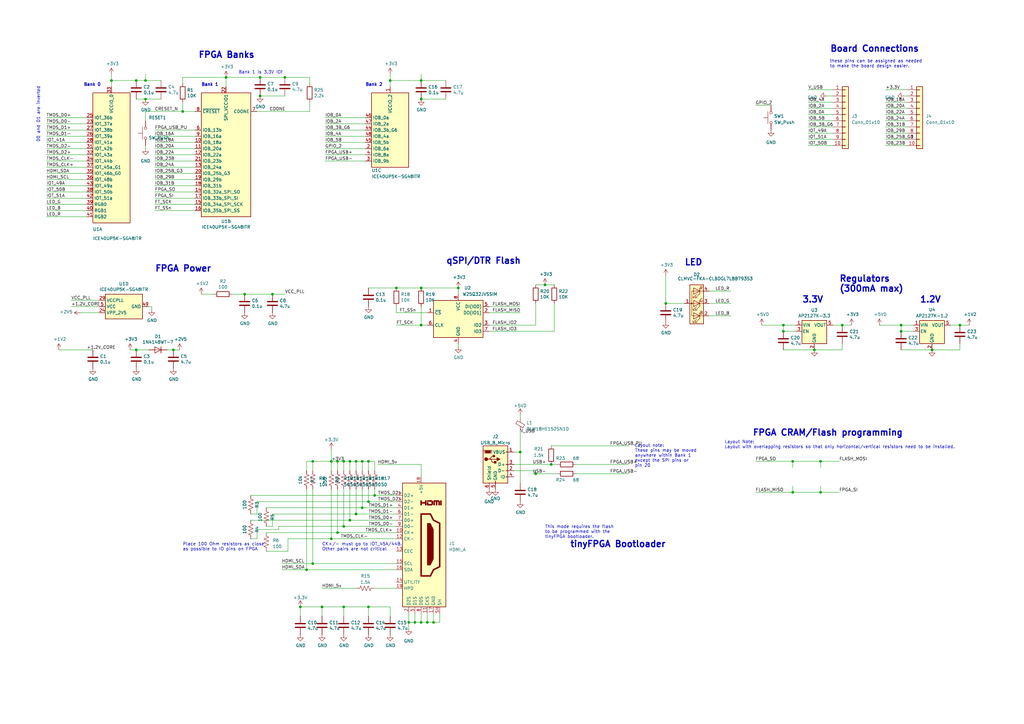
<source format=kicad_sch>
(kicad_sch (version 20230121) (generator eeschema)
  (paper "A3")
  (title_block (title "Video Wrangler") (date "2023-02-15") (rev "0.0 v0.0") (company "Lower Layer Labs"))
  (junction (at 132.08 248.92))
  (junction (at 177.8 255.27))
  (junction (at 321.31 135.89))
  (junction (at 146.05 210.82))
  (junction (at 111.76 120.65))
  (junction (at 393.7 133.35))
  (junction (at 223.52 116.84))
  (junction (at 321.31 133.35))
  (junction (at 140.97 189.23))
  (junction (at 45.72 33.02))
  (junction (at 116.84 31.75))
  (junction (at 382.27 143.51))
  (junction (at 213.36 185.42))
  (junction (at 59.69 40.64))
  (junction (at 334.01 143.51))
  (junction (at 325.12 201.93))
  (junction (at 148.59 189.23))
  (junction (at 172.72 33.02))
  (junction (at 175.26 255.27))
  (junction (at 336.55 189.23))
  (junction (at 345.44 133.35))
  (junction (at 135.89 189.23))
  (junction (at 143.51 189.23))
  (junction (at 219.71 194.31))
  (junction (at 71.12 143.51))
  (junction (at 146.05 189.23))
  (junction (at 55.88 33.02))
  (junction (at 151.13 205.74))
  (junction (at 151.13 189.23))
  (junction (at 140.97 248.92))
  (junction (at 167.64 255.27))
  (junction (at 151.13 248.92))
  (junction (at 106.68 31.75))
  (junction (at 143.51 213.36))
  (junction (at 148.59 208.28))
  (junction (at 187.96 118.11))
  (junction (at 128.27 189.23))
  (junction (at 128.27 231.14))
  (junction (at 135.89 220.98))
  (junction (at 55.88 143.51))
  (junction (at 172.72 133.35))
  (junction (at 160.02 33.02))
  (junction (at 100.33 120.65))
  (junction (at 172.72 118.11))
  (junction (at 138.43 218.44))
  (junction (at 125.73 233.68))
  (junction (at 106.68 39.37))
  (junction (at 92.71 31.75))
  (junction (at 226.06 190.5))
  (junction (at 369.57 133.35))
  (junction (at 138.43 189.23))
  (junction (at 162.56 118.11))
  (junction (at 140.97 215.9))
  (junction (at 59.69 33.02))
  (junction (at 336.55 201.93))
  (junction (at 172.72 255.27))
  (junction (at 153.67 203.2))
  (junction (at 325.12 189.23))
  (junction (at 172.72 40.64))
  (junction (at 273.05 124.46))
  (junction (at 369.57 135.89))
  (junction (at 74.93 45.72))
  (junction (at 170.18 255.27))
  (junction (at 123.19 248.92))
  (wire (pts (xy 148.59 189.23) (xy 148.59 193.04)))
  (wire (pts (xy 55.88 40.64) (xy 59.69 40.64)))
  (wire (pts (xy 325.12 191.77) (xy 325.12 189.23)))
  (wire (pts (xy 148.59 208.28) (xy 162.56 208.28)))
  (wire (pts (xy 393.7 143.51) (xy 393.7 140.97)))
  (wire (pts (xy 74.93 31.75) (xy 92.71 31.75)))
  (wire (pts (xy 382.27 143.51) (xy 393.7 143.51)))
  (wire (pts (xy 80.01 83.82) (xy 63.5 83.82)))
  (wire (pts (xy 389.89 133.35) (xy 393.7 133.35)))
  (wire (pts (xy 125.73 233.68) (xy 162.56 233.68)))
  (wire (pts (xy 151.13 248.92) (xy 140.97 248.92)))
  (wire (pts (xy 345.44 133.35) (xy 349.25 133.35)))
  (wire (pts (xy 35.56 73.66) (xy 19.05 73.66)))
  (wire (pts (xy 80.01 78.74) (xy 63.5 78.74)))
  (wire (pts (xy 105.41 205.74) (xy 105.41 210.82)))
  (wire (pts (xy 138.43 200.66) (xy 138.43 218.44)))
  (wire (pts (xy 80.01 86.36) (xy 63.5 86.36)))
  (wire (pts (xy 336.55 189.23) (xy 344.17 189.23)))
  (wire (pts (xy 257.81 190.5) (xy 236.22 190.5)))
  (wire (pts (xy 177.8 255.27) (xy 175.26 255.27)))
  (wire (pts (xy 114.3 215.9) (xy 114.3 217.17)))
  (wire (pts (xy 331.47 59.69) (xy 341.63 59.69)))
  (wire (pts (xy 162.56 128.27) (xy 175.26 128.27)))
  (wire (pts (xy 80.01 66.04) (xy 63.5 66.04)))
  (wire (pts (xy 59.69 30.48) (xy 59.69 33.02)))
  (wire (pts (xy 339.09 39.37) (xy 341.63 39.37)))
  (wire (pts (xy 210.82 190.5) (xy 226.06 190.5)))
  (wire (pts (xy 74.93 45.72) (xy 80.01 45.72)))
  (wire (pts (xy 127 41.91) (xy 127 45.72)))
  (wire (pts (xy 140.97 248.92) (xy 140.97 252.73)))
  (wire (pts (xy 146.05 189.23) (xy 143.51 189.23)))
  (wire (pts (xy 138.43 189.23) (xy 135.89 189.23)))
  (wire (pts (xy 35.56 86.36) (xy 19.05 86.36)))
  (wire (pts (xy 59.69 45.72) (xy 74.93 45.72)))
  (wire (pts (xy 213.36 185.42) (xy 213.36 198.12)))
  (wire (pts (xy 135.89 184.15) (xy 135.89 189.23)))
  (wire (pts (xy 111.76 215.9) (xy 109.22 215.9)))
  (wire (pts (xy 200.66 133.35) (xy 219.71 133.35)))
  (wire (pts (xy 325.12 201.93) (xy 336.55 201.93)))
  (wire (pts (xy 331.47 41.91) (xy 341.63 41.91)))
  (wire (pts (xy 135.89 200.66) (xy 135.89 220.98)))
  (wire (pts (xy 109.22 218.44) (xy 138.43 218.44)))
  (wire (pts (xy 60.96 125.73) (xy 62.23 125.73)))
  (wire (pts (xy 132.08 241.3) (xy 146.05 241.3)))
  (wire (pts (xy 363.22 59.69) (xy 372.11 59.69)))
  (wire (pts (xy 35.56 63.5) (xy 19.05 63.5)))
  (wire (pts (xy 309.88 43.18) (xy 316.23 43.18)))
  (wire (pts (xy 116.84 31.75) (xy 106.68 31.75)))
  (wire (pts (xy 175.26 255.27) (xy 172.72 255.27)))
  (wire (pts (xy 140.97 189.23) (xy 138.43 189.23)))
  (wire (pts (xy 92.71 31.75) (xy 106.68 31.75)))
  (wire (pts (xy 35.56 48.26) (xy 19.05 48.26)))
  (wire (pts (xy 331.47 49.53) (xy 341.63 49.53)))
  (wire (pts (xy 154.94 190.5) (xy 172.72 190.5)))
  (wire (pts (xy 223.52 116.84) (xy 227.33 116.84)))
  (wire (pts (xy 325.12 189.23) (xy 336.55 189.23)))
  (wire (pts (xy 149.86 58.42) (xy 133.35 58.42)))
  (wire (pts (xy 68.58 143.51) (xy 71.12 143.51)))
  (wire (pts (xy 80.01 53.34) (xy 63.5 53.34)))
  (wire (pts (xy 100.33 120.65) (xy 111.76 120.65)))
  (wire (pts (xy 200.66 135.89) (xy 227.33 135.89)))
  (wire (pts (xy 160.02 33.02) (xy 160.02 35.56)))
  (wire (pts (xy 80.01 81.28) (xy 63.5 81.28)))
  (wire (pts (xy 35.56 55.88) (xy 19.05 55.88)))
  (wire (pts (xy 363.22 49.53) (xy 372.11 49.53)))
  (wire (pts (xy 226.06 190.5) (xy 228.6 190.5)))
  (wire (pts (xy 299.72 119.38) (xy 290.83 119.38)))
  (wire (pts (xy 153.67 189.23) (xy 151.13 189.23)))
  (wire (pts (xy 109.22 208.28) (xy 148.59 208.28)))
  (wire (pts (xy 35.56 76.2) (xy 19.05 76.2)))
  (wire (pts (xy 162.56 125.73) (xy 162.56 128.27)))
  (wire (pts (xy 143.51 200.66) (xy 143.51 213.36)))
  (wire (pts (xy 45.72 30.48) (xy 45.72 33.02)))
  (wire (pts (xy 226.06 182.88) (xy 257.81 182.88)))
  (wire (pts (xy 182.88 33.02) (xy 172.72 33.02)))
  (wire (pts (xy 321.31 143.51) (xy 334.01 143.51)))
  (wire (pts (xy 146.05 210.82) (xy 162.56 210.82)))
  (wire (pts (xy 80.01 58.42) (xy 63.5 58.42)))
  (wire (pts (xy 149.86 53.34) (xy 133.35 53.34)))
  (wire (pts (xy 80.01 60.96) (xy 63.5 60.96)))
  (wire (pts (xy 143.51 213.36) (xy 162.56 213.36)))
  (wire (pts (xy 125.73 193.04) (xy 125.73 189.23)))
  (wire (pts (xy 273.05 124.46) (xy 280.67 124.46)))
  (wire (pts (xy 312.42 133.35) (xy 321.31 133.35)))
  (wire (pts (xy 102.87 203.2) (xy 153.67 203.2)))
  (wire (pts (xy 187.96 140.97) (xy 187.96 142.24)))
  (wire (pts (xy 363.22 54.61) (xy 372.11 54.61)))
  (wire (pts (xy 35.56 53.34) (xy 19.05 53.34)))
  (wire (pts (xy 125.73 189.23) (xy 128.27 189.23)))
  (wire (pts (xy 105.41 205.74) (xy 151.13 205.74)))
  (wire (pts (xy 331.47 44.45) (xy 341.63 44.45)))
  (wire (pts (xy 167.64 255.27) (xy 167.64 257.81)))
  (wire (pts (xy 334.01 143.51) (xy 345.44 143.51)))
  (wire (pts (xy 369.57 135.89) (xy 374.65 135.89)))
  (wire (pts (xy 210.82 193.04) (xy 219.71 193.04)))
  (wire (pts (xy 59.69 59.69) (xy 59.69 60.96)))
  (wire (pts (xy 151.13 200.66) (xy 151.13 205.74)))
  (wire (pts (xy 210.82 185.42) (xy 213.36 185.42)))
  (wire (pts (xy 140.97 248.92) (xy 132.08 248.92)))
  (wire (pts (xy 80.01 76.2) (xy 63.5 76.2)))
  (wire (pts (xy 128.27 189.23) (xy 135.89 189.23)))
  (wire (pts (xy 175.26 251.46) (xy 175.26 255.27)))
  (wire (pts (xy 219.71 116.84) (xy 223.52 116.84)))
  (wire (pts (xy 200.66 128.27) (xy 213.36 128.27)))
  (wire (pts (xy 115.57 233.68) (xy 125.73 233.68)))
  (wire (pts (xy 325.12 199.39) (xy 325.12 201.93)))
  (wire (pts (xy 299.72 129.54) (xy 290.83 129.54)))
  (wire (pts (xy 172.72 133.35) (xy 175.26 133.35)))
  (wire (pts (xy 172.72 40.64) (xy 182.88 40.64)))
  (wire (pts (xy 219.71 133.35) (xy 219.71 124.46)))
  (wire (pts (xy 102.87 213.36) (xy 143.51 213.36)))
  (wire (pts (xy 74.93 41.91) (xy 74.93 45.72)))
  (wire (pts (xy 170.18 251.46) (xy 170.18 255.27)))
  (wire (pts (xy 128.27 200.66) (xy 128.27 231.14)))
  (wire (pts (xy 140.97 189.23) (xy 140.97 193.04)))
  (wire (pts (xy 151.13 118.11) (xy 162.56 118.11)))
  (wire (pts (xy 321.31 135.89) (xy 326.39 135.89)))
  (wire (pts (xy 149.86 60.96) (xy 133.35 60.96)))
  (wire (pts (xy 114.3 217.17) (xy 105.41 217.17)))
  (wire (pts (xy 114.3 215.9) (xy 140.97 215.9)))
  (wire (pts (xy 24.13 143.51) (xy 38.1 143.51)))
  (wire (pts (xy 218.44 194.31) (xy 219.71 194.31)))
  (wire (pts (xy 172.72 118.11) (xy 187.96 118.11)))
  (wire (pts (xy 151.13 252.73) (xy 151.13 248.92)))
  (wire (pts (xy 123.19 248.92) (xy 123.19 252.73)))
  (wire (pts (xy 59.69 49.53) (xy 59.69 45.72)))
  (wire (pts (xy 341.63 133.35) (xy 345.44 133.35)))
  (wire (pts (xy 95.25 120.65) (xy 100.33 120.65)))
  (wire (pts (xy 363.22 36.83) (xy 372.11 36.83)))
  (wire (pts (xy 143.51 189.23) (xy 140.97 189.23)))
  (wire (pts (xy 135.89 189.23) (xy 135.89 193.04)))
  (wire (pts (xy 153.67 200.66) (xy 153.67 203.2)))
  (wire (pts (xy 146.05 189.23) (xy 146.05 193.04)))
  (wire (pts (xy 336.55 201.93) (xy 344.17 201.93)))
  (wire (pts (xy 160.02 30.48) (xy 160.02 33.02)))
  (wire (pts (xy 35.56 66.04) (xy 19.05 66.04)))
  (wire (pts (xy 33.02 128.27) (xy 40.64 128.27)))
  (wire (pts (xy 180.34 251.46) (xy 180.34 255.27)))
  (wire (pts (xy 55.88 143.51) (xy 60.96 143.51)))
  (wire (pts (xy 35.56 78.74) (xy 19.05 78.74)))
  (wire (pts (xy 345.44 143.51) (xy 345.44 140.97)))
  (wire (pts (xy 331.47 52.07) (xy 341.63 52.07)))
  (wire (pts (xy 35.56 83.82) (xy 19.05 83.82)))
  (wire (pts (xy 82.55 120.65) (xy 87.63 120.65)))
  (wire (pts (xy 151.13 205.74) (xy 162.56 205.74)))
  (wire (pts (xy 172.72 255.27) (xy 170.18 255.27)))
  (wire (pts (xy 360.68 133.35) (xy 369.57 133.35)))
  (wire (pts (xy 80.01 71.12) (xy 63.5 71.12)))
  (wire (pts (xy 143.51 189.23) (xy 143.51 193.04)))
  (wire (pts (xy 29.21 123.19) (xy 40.64 123.19)))
  (wire (pts (xy 227.33 135.89) (xy 227.33 124.46)))
  (wire (pts (xy 105.41 220.98) (xy 102.87 220.98)))
  (wire (pts (xy 363.22 44.45) (xy 372.11 44.45)))
  (wire (pts (xy 105.41 45.72) (xy 127 45.72)))
  (wire (pts (xy 146.05 200.66) (xy 146.05 210.82)))
  (wire (pts (xy 74.93 34.29) (xy 74.93 31.75)))
  (wire (pts (xy 180.34 255.27) (xy 177.8 255.27)))
  (wire (pts (xy 336.55 191.77) (xy 336.55 189.23)))
  (wire (pts (xy 363.22 52.07) (xy 372.11 52.07)))
  (wire (pts (xy 187.96 118.11) (xy 187.96 120.65)))
  (wire (pts (xy 35.56 88.9) (xy 19.05 88.9)))
  (wire (pts (xy 35.56 81.28) (xy 19.05 81.28)))
  (wire (pts (xy 118.11 220.98) (xy 118.11 226.06)))
  (wire (pts (xy 149.86 48.26) (xy 133.35 48.26)))
  (wire (pts (xy 148.59 200.66) (xy 148.59 208.28)))
  (wire (pts (xy 153.67 203.2) (xy 162.56 203.2)))
  (wire (pts (xy 151.13 189.23) (xy 151.13 193.04)))
  (wire (pts (xy 336.55 199.39) (xy 336.55 201.93)))
  (wire (pts (xy 45.72 33.02) (xy 55.88 33.02)))
  (wire (pts (xy 59.69 33.02) (xy 66.04 33.02)))
  (wire (pts (xy 115.57 231.14) (xy 128.27 231.14)))
  (wire (pts (xy 127 34.29) (xy 127 31.75)))
  (wire (pts (xy 177.8 251.46) (xy 177.8 255.27)))
  (wire (pts (xy 125.73 200.66) (xy 125.73 233.68)))
  (wire (pts (xy 321.31 133.35) (xy 326.39 133.35)))
  (wire (pts (xy 321.31 135.89) (xy 321.31 133.35)))
  (wire (pts (xy 213.36 176.53) (xy 213.36 185.42)))
  (wire (pts (xy 172.72 125.73) (xy 172.72 133.35)))
  (wire (pts (xy 309.88 189.23) (xy 325.12 189.23)))
  (wire (pts (xy 393.7 133.35) (xy 397.51 133.35)))
  (wire (pts (xy 80.01 55.88) (xy 63.5 55.88)))
  (wire (pts (xy 138.43 218.44) (xy 162.56 218.44)))
  (wire (pts (xy 148.59 189.23) (xy 146.05 189.23)))
  (wire (pts (xy 59.69 40.64) (xy 66.04 40.64)))
  (wire (pts (xy 309.88 201.93) (xy 325.12 201.93)))
  (wire (pts (xy 138.43 189.23) (xy 138.43 193.04)))
  (wire (pts (xy 140.97 200.66) (xy 140.97 215.9)))
  (wire (pts (xy 35.56 68.58) (xy 19.05 68.58)))
  (wire (pts (xy 273.05 113.03) (xy 273.05 124.46)))
  (wire (pts (xy 149.86 55.88) (xy 133.35 55.88)))
  (wire (pts (xy 331.47 54.61) (xy 341.63 54.61)))
  (wire (pts (xy 118.11 226.06) (xy 109.22 226.06)))
  (wire (pts (xy 149.86 50.8) (xy 133.35 50.8)))
  (wire (pts (xy 160.02 33.02) (xy 172.72 33.02)))
  (wire (pts (xy 127 31.75) (xy 116.84 31.75)))
  (wire (pts (xy 160.02 252.73) (xy 160.02 248.92)))
  (wire (pts (xy 106.68 39.37) (xy 116.84 39.37)))
  (wire (pts (xy 149.86 66.04) (xy 133.35 66.04)))
  (wire (pts (xy 331.47 57.15) (xy 341.63 57.15)))
  (wire (pts (xy 80.01 68.58) (xy 63.5 68.58)))
  (wire (pts (xy 135.89 220.98) (xy 162.56 220.98)))
  (wire (pts (xy 45.72 33.02) (xy 45.72 35.56)))
  (wire (pts (xy 29.21 125.73) (xy 40.64 125.73)))
  (wire (pts (xy 35.56 71.12) (xy 19.05 71.12)))
  (wire (pts (xy 369.57 133.35) (xy 374.65 133.35)))
  (wire (pts (xy 111.76 120.65) (xy 116.84 120.65)))
  (wire (pts (xy 128.27 189.23) (xy 128.27 193.04)))
  (wire (pts (xy 153.67 241.3) (xy 162.56 241.3)))
  (wire (pts (xy 369.57 135.89) (xy 369.57 133.35)))
  (wire (pts (xy 105.41 217.17) (xy 105.41 220.98)))
  (wire (pts (xy 71.12 143.51) (xy 73.66 143.51)))
  (wire (pts (xy 105.41 210.82) (xy 102.87 210.82)))
  (wire (pts (xy 219.71 193.04) (xy 219.71 194.31)))
  (wire (pts (xy 140.97 215.9) (xy 162.56 215.9)))
  (wire (pts (xy 62.23 125.73) (xy 62.23 127)))
  (wire (pts (xy 92.71 31.75) (xy 92.71 35.56)))
  (wire (pts (xy 111.76 210.82) (xy 111.76 215.9)))
  (wire (pts (xy 128.27 231.14) (xy 162.56 231.14)))
  (wire (pts (xy 331.47 36.83) (xy 341.63 36.83)))
  (wire (pts (xy 151.13 248.92) (xy 160.02 248.92)))
  (wire (pts (xy 363.22 41.91) (xy 372.11 41.91)))
  (wire (pts (xy 35.56 50.8) (xy 19.05 50.8)))
  (wire (pts (xy 172.72 251.46) (xy 172.72 255.27)))
  (wire (pts (xy 170.18 255.27) (xy 167.64 255.27)))
  (wire (pts (xy 213.36 170.18) (xy 213.36 171.45)))
  (wire (pts (xy 257.81 194.31) (xy 236.22 194.31)))
  (wire (pts (xy 363.22 57.15) (xy 372.11 57.15)))
  (wire (pts (xy 55.88 33.02) (xy 59.69 33.02)))
  (wire (pts (xy 118.11 220.98) (xy 135.89 220.98)))
  (wire (pts (xy 80.01 63.5) (xy 63.5 63.5)))
  (wire (pts (xy 172.72 30.48) (xy 172.72 33.02)))
  (wire (pts (xy 111.76 210.82) (xy 146.05 210.82)))
  (wire (pts (xy 162.56 133.35) (xy 172.72 133.35)))
  (wire (pts (xy 80.01 73.66) (xy 63.5 73.66)))
  (wire (pts (xy 369.57 143.51) (xy 382.27 143.51)))
  (wire (pts (xy 162.56 118.11) (xy 172.72 118.11)))
  (wire (pts (xy 132.08 248.92) (xy 132.08 252.73)))
  (wire (pts (xy 151.13 189.23) (xy 148.59 189.23)))
  (wire (pts (xy 53.34 143.51) (xy 55.88 143.51)))
  (wire (pts (xy 153.67 193.04) (xy 153.67 189.23)))
  (wire (pts (xy 200.66 125.73) (xy 213.36 125.73)))
  (wire (pts (xy 149.86 63.5) (xy 133.35 63.5)))
  (wire (pts (xy 167.64 255.27) (xy 167.64 251.46)))
  (wire (pts (xy 363.22 46.99) (xy 372.11 46.99)))
  (wire (pts (xy 35.56 60.96) (xy 19.05 60.96)))
  (wire (pts (xy 370.84 39.37) (xy 372.11 39.37)))
  (wire (pts (xy 219.71 194.31) (xy 228.6 194.31)))
  (wire (pts (xy 35.56 58.42) (xy 19.05 58.42)))
  (wire (pts (xy 299.72 124.46) (xy 290.83 124.46)))
  (wire (pts (xy 331.47 46.99) (xy 341.63 46.99)))
  (wire (pts (xy 132.08 248.92) (xy 123.19 248.92)))
  (wire (pts (xy 172.72 195.58) (xy 172.72 190.5)))
  (text "Bank 1" (at 82.55 35.56 0) (effects (font (size 1.27 1.27) (thickness 0.254) bold) (justify left bottom)))
  (text "Bank 1 is 3.3V IO!" (at 97.79 30.48 0) (effects (font (size 1.27 1.27)) (justify left bottom)))
  (text "Layout note:\nThese pins may be moved \nanywhere within Bank 1\nexcept the SPI pins or \npin 20" (at 260.35 191.77 0) (effects (font (size 1.27 1.27)) (justify left bottom)))
  (text "tinyFPGA Bootloader" (at 233.68 224.79 0) (effects (font (size 2.54 2.54) (thickness 0.508) bold) (justify left bottom)))
  (text "LED" (at 280.67 109.22 0) (effects (font (size 2.54 2.54) (thickness 0.508) bold) (justify left bottom)))
  (text "FPGA Power" (at 63.5 111.76 0) (effects (font (size 2.54 2.54) (thickness 0.508) bold) (justify left bottom)))
  (text "This mode requires the flash \nto be programmed with the \ntinyFPGA bootloader.\n" (at 223.52 220.98 0) (effects (font (size 1.27 1.27)) (justify left bottom)))
  (text "CK+/- must go to IOT_45A/44B.\nOther pairs are not critical" (at 132.08 226.06 0) (effects (font (size 1.27 1.27)) (justify left bottom)))
  (text "Layout Note:\nLayout with overlapping resistors so that only horizontal/vertical resistors need to be installed." (at 297.18 184.15 0) (effects (font (size 1.27 1.27)) (justify left bottom)))
  (text "3.3V" (at 328.93 124.46 0) (effects (font (size 2.54 2.54) (thickness 0.508) bold) (justify left bottom)))
  (text "D0 and D1 are inverted\n" (at 16.51 58.42 90) (effects (font (size 1.27 1.27)) (justify left bottom)))
  (text "Place 100 Ohm resistors as close\nas possible to IO pins on FPGA" (at 74.93 226.06 0) (effects (font (size 1.27 1.27)) (justify left bottom)))
  (text "Bank 0" (at 34.29 35.56 0) (effects (font (size 1.27 1.27) (thickness 0.254) bold) (justify left bottom)))
  (text "Board Connections" (at 340.36 21.59 0) (effects (font (size 2.54 2.54) (thickness 0.508) bold) (justify left bottom)))
  (text "1.2V" (at 377.19 124.46 0) (effects (font (size 2.54 2.54) (thickness 0.508) bold) (justify left bottom)))
  (text "Bank 2" (at 149.86 35.56 0) (effects (font (size 1.27 1.27) (thickness 0.254) bold) (justify left bottom)))
  (text "qSPI/DTR Flash" (at 182.88 108.585 0) (effects (font (size 2.54 2.54) (thickness 0.508) bold) (justify left bottom)))
  (text "FPGA Banks" (at 81.28 24.13 0) (effects (font (size 2.54 2.54) (thickness 0.508) bold) (justify left bottom)))
  (text "Regulators\n(300mA max)" (at 344.17 120.015 0) (effects (font (size 2.54 2.54) (thickness 0.508) bold) (justify left bottom)))
  (text "these pins can be assigned as needed\nto make the board design easier." (at 340.36 27.94 0) (effects (font (size 1.27 1.27)) (justify left bottom)))
  (text "FPGA CRAM/Flash programming" (at 308.61 179.07 0) (effects (font (size 2.54 2.54) (thickness 0.508) bold) (justify left bottom)))
  (label "IOT_50B" (at 331.47 59.69 0))
  (label "HDMI_SDA" (at 115.57 233.68 0))
  (label "IOB_0A" (at 331.47 46.99 0))
  (label "TMDS_D0+" (at 151.13 213.36 0))
  (label "HDMI_SDA" (at 19.05 71.12 0))
  (label "LED_G" (at 293.37 124.46 0))
  (label "IOB_3B_G6" (at 331.47 52.07 0))
  (label "LED_R" (at 19.05 88.9 0))
  (label "IOB_29B" (at 63.5 73.66 0))
  (label "IOB_4A" (at 331.47 41.91 0))
  (label "LED_G" (at 19.05 83.82 0))
  (label "IOB_25B_G3" (at 63.5 71.12 0))
  (label "IOB_25B_G3" (at 363.22 57.15 0))
  (label "LED_R" (at 293.37 119.38 0))
  (label "+1.2V_CORE" (at 29.21 125.73 0))
  (label "TMDS_CLK+" (at 149.86 218.44 0))
  (label "FLASH_MISO" (at 309.88 201.93 0))
  (label "IOB_29B" (at 363.22 54.61 0))
  (label "IOB_2A" (at 133.35 50.8 0))
  (label "TMDS_D1-" (at 19.05 55.88 0))
  (label "FLASH_MOSI" (at 344.17 189.23 0))
  (label "FPGA_USB+" (at 133.35 63.5 0))
  (label "IOB_31B" (at 363.22 52.07 0))
  (label "FT_SCK" (at 63.5 83.82 0))
  (label "HDMI_5v" (at 154.94 190.5 0))
  (label "FPGA_USB_PU" (at 63.5 53.34 0))
  (label "FPGA_USB+" (at 250.19 190.5 0))
  (label "IOB_23B" (at 63.5 66.04 0))
  (label "LED_B" (at 19.05 86.36 0))
  (label "IOB_0A" (at 133.35 48.26 0))
  (label "FPGA_SI" (at 344.17 201.93 0))
  (label "IOB_5B" (at 331.47 49.53 0))
  (label "FPGA_SI" (at 63.5 81.28 0))
  (label "IOB_3B_G6" (at 133.35 53.34 0))
  (label "IOB_24A" (at 63.5 68.58 0))
  (label "FPGA_USB-" (at 133.35 66.04 0))
  (label "LED_B" (at 293.37 129.54 0))
  (label "TMDS_D2+" (at 19.05 63.5 0))
  (label "IOB_22A" (at 63.5 63.5 0))
  (label "TMDS_D2-" (at 154.94 205.74 0))
  (label "IOB_2A" (at 331.47 44.45 0))
  (label "TMDS_D1+" (at 19.05 53.34 0))
  (label "CRESET_N" (at 63.5 45.72 0))
  (label "FPGA_USB_PU" (at 250.19 182.88 0))
  (label "TMDS_D0+" (at 19.05 48.26 0))
  (label "IOB_22A" (at 363.22 46.99 0))
  (label "IOT_50B" (at 19.05 78.74 0))
  (label "IOB_23B" (at 363.22 59.69 0))
  (label "IOT_49A" (at 331.47 54.61 0))
  (label "IOB_18A" (at 363.22 41.91 0))
  (label "TMDS_CLK-" (at 19.05 66.04 0))
  (label "TMDS_CLK-" (at 139.7 220.98 0))
  (label "FT_SCK" (at 162.56 133.35 0))
  (label "FPGA_SO" (at 309.88 189.23 0))
  (label "IOB_4A" (at 133.35 55.88 0))
  (label "IOT_51A" (at 331.47 57.15 0))
  (label "IOB_24A" (at 363.22 49.53 0))
  (label "HDMI_SCL" (at 115.57 231.14 0))
  (label "FLASH_MOSI" (at 201.93 125.73 0))
  (label "USB+" (at 218.44 190.5 0))
  (label "IOB_20A" (at 363.22 44.45 0))
  (label "FT_SSn" (at 163.83 128.27 0))
  (label "GPIO_2" (at 133.35 60.96 0))
  (label "USB-" (at 218.44 194.31 0))
  (label "GPIO_2" (at 309.88 43.18 0))
  (label "IOB_16A" (at 63.5 55.88 0))
  (label "FPGA_SO" (at 63.5 78.74 0))
  (label "TMDS_CLK+" (at 19.05 68.58 0))
  (label "VCC_PLL" (at 29.21 123.19 0))
  (label "TMDS_D2-" (at 19.05 60.96 0))
  (label "V_USB" (at 213.36 177.8 0))
  (label "TMDS_D0-" (at 151.13 215.9 0))
  (label "IOT_41A" (at 19.05 58.42 0))
  (label "IOT_51A" (at 19.05 81.28 0))
  (label "FT_SSn" (at 63.5 86.36 0))
  (label "IOB_20A" (at 63.5 60.96 0))
  (label "HDMI_SCL" (at 19.05 73.66 0))
  (label "TMDS_D2+" (at 154.94 203.2 0))
  (label "TMDS_D1-" (at 151.13 210.82 0))
  (label "IOB_18A" (at 63.5 58.42 0))
  (label "+3.3V" (at 363.22 36.83 0))
  (label "+3V3" (at 135.89 189.23 0))
  (label "IOB_31B" (at 63.5 76.2 0))
  (label "VCC_PLL" (at 116.84 120.65 0))
  (label "IOT_49A" (at 19.05 76.2 0))
  (label "V_USB" (at 331.47 36.83 0))
  (label "FLASH_IO3" (at 201.93 135.89 0))
  (label "FPGA_USB-" (at 250.19 194.31 0))
  (label "TMDS_D0-" (at 19.05 50.8 0))
  (label "HDMI_5v" (at 132.08 241.3 0))
  (label "FLASH_IO2" (at 201.93 133.35 0))
  (label "IOB_5B" (at 133.35 58.42 0))
  (label "FLASH_MISO" (at 201.93 128.27 0))
  (label "CDONE" (at 110.49 45.72 0))
  (label "+1.2V_CORE" (at 35.56 143.51 0))
  (label "TMDS_D1+" (at 151.13 208.28 0))
  (symbol (lib_id "wrangler_v0.0:ICE40UP5K-SG48ITR-FPGA_Lattice") (at 45.72 63.5 0) (unit 1)
    (property "Reference" "U1" (at 38.1 93.98 0) (effects (justify left)))
    (property "Value" "ICE40UP5K-SG48ITR" (at 38.1 97.79 0) (effects (justify left)))
    (property "Footprint" "Package_DFN_QFN:QFN-48-1EP_7x7mm_P0.5mm_EP5.6x5.6mm" (effects hide))
    (property "Datasheet" "http://www.latticesemi.com/Products/FPGAandCPLD/iCE40Ultra" (effects hide))
  )
  (symbol (lib_id "wrangler_v0.0:ICE40UP5K-SG48ITR-FPGA_Lattice") (at 160.02 53.34 0) (unit 3)
    (property "Reference" "U1" (at 152.4 69.85 0) (effects (justify left)))
    (property "Value" "ICE40UP5K-SG48ITR" (at 152.4 72.39 0) (effects (justify left)))
    (property "Footprint" "Package_DFN_QFN:QFN-48-1EP_7x7mm_P0.5mm_EP5.6x5.6mm" (effects hide))
    (property "Datasheet" "http://www.latticesemi.com/Products/FPGAandCPLD/iCE40Ultra" (effects hide))
  )
  (symbol (lib_id "wrangler_v0.0:ICE40UP5K-SG48ITR-FPGA_Lattice") (at 50.8 125.73 90) (unit 4)
    (property "Reference" "U1" (at 50.8 116.4082 90))
    (property "Value" "ICE40UP5K-SG48ITR" (at 50.8 118.7196 90))
    (property "Footprint" "Package_DFN_QFN:QFN-48-1EP_7x7mm_P0.5mm_EP5.6x5.6mm" (effects hide))
    (property "Datasheet" "http://www.latticesemi.com/Products/FPGAandCPLD/iCE40Ultra" (effects hide))
  )
  (symbol (lib_id "wrangler_v0.0:power_GND") (at 62.23 127 0) (unit 1)
    (property "Reference" "#PWR09" (effects hide))
    (property "Value" "GND" (at 62.357 131.3942 0))
  )
  (symbol (lib_id "wrangler_v0.0:power_+2V5") (at 33.02 128.27 90) (unit 1)
    (property "Reference" "#PWR02" (effects hide))
    (property "Value" "+2V5" (at 29.7688 127.889 90) (effects (justify left)))
  )
  (symbol (lib_id "wrangler_v0.0:power_+3.3V") (at 92.71 31.75 0) (unit 1)
    (property "Reference" "#PWR013" (effects hide))
    (property "Value" "+3.3V" (at 93.091 27.3558 0))
  )
  (symbol (lib_id "wrangler_v0.0:Device_C") (at 55.88 36.83 0) (unit 1)
    (property "Reference" "C2" (at 58.801 35.6616 0) (effects (justify left)))
    (property "Value" "0.1u" (at 58.801 37.973 0) (effects (justify left)))
    (property "Footprint" "Capacitor_SMD:C_0402_1005Metric" (effects hide))
    (property "MPN" "C1005X5R0J104K050BA" (effects hide))
  )
  (symbol (lib_id "wrangler_v0.0:Device_C") (at 106.68 35.56 0) (unit 1)
    (property "Reference" "C7" (at 109.601 34.3916 0) (effects (justify left)))
    (property "Value" "0.1u" (at 109.601 36.703 0) (effects (justify left)))
    (property "Footprint" "Capacitor_SMD:C_0402_1005Metric" (effects hide))
  )
  (symbol (lib_id "wrangler_v0.0:Device_C") (at 172.72 36.83 0) (unit 1)
    (property "Reference" "C16" (at 175.641 35.6616 0) (effects (justify left)))
    (property "Value" "0.1u" (at 175.641 37.973 0) (effects (justify left)))
    (property "Footprint" "Capacitor_SMD:C_0402_1005Metric" (effects hide))
  )
  (symbol (lib_id "wrangler_v0.0:power_GND") (at 172.72 40.64 0) (unit 1)
    (property "Reference" "#PWR027" (effects hide))
    (property "Value" "GND" (at 172.847 45.0342 0))
  )
  (symbol (lib_id "wrangler_v0.0:power_GND") (at 59.69 40.64 0) (unit 1)
    (property "Reference" "#PWR07" (effects hide))
    (property "Value" "GND" (at 59.817 45.0342 0))
  )
  (symbol (lib_id "wrangler_v0.0:power_GND") (at 106.68 39.37 0) (unit 1)
    (property "Reference" "#PWR015" (effects hide))
    (property "Value" "GND" (at 106.807 43.7642 0))
  )
  (symbol (lib_id "wrangler_v0.0:Diode_1N4148W") (at 64.77 143.51 0) (mirror y) (unit 1)
    (property "Reference" "D1" (at 64.77 137.9982 0))
    (property "Value" "1N4148WT-7" (at 64.77 140.3096 0))
    (property "Footprint" "Diode_SMD:D_SOD-523" (effects hide))
    (property "Datasheet" "https://www.vishay.com/docs/85748/1n4148w.pdf" (effects hide))
  )
  (symbol (lib_id "wrangler_v0.0:Device_C") (at 71.12 147.32 0) (unit 1)
    (property "Reference" "C5" (at 74.041 146.1516 0) (effects (justify left)))
    (property "Value" "4.7u" (at 74.041 148.463 0) (effects (justify left)))
    (property "Footprint" "Capacitor_SMD:C_0402_1005Metric" (effects hide))
  )
  (symbol (lib_id "wrangler_v0.0:power_GND") (at 71.12 151.13 0) (unit 1)
    (property "Reference" "#PWR010" (effects hide))
    (property "Value" "GND" (at 71.247 155.5242 0))
  )
  (symbol (lib_id "wrangler_v0.0:power_+1V2") (at 24.13 143.51 0) (unit 1)
    (property "Reference" "#PWR01" (effects hide))
    (property "Value" "+1V2" (at 24.511 139.1158 0))
  )
  (symbol (lib_id "wrangler_v0.0:power_+5VD") (at 312.42 133.35 0) (unit 1)
    (property "Reference" "#PWR037" (effects hide))
    (property "Value" "+5VD" (at 312.801 128.9558 0))
  )
  (symbol (lib_id "wrangler_v0.0:power_+5VD") (at 360.68 133.35 0) (unit 1)
    (property "Reference" "#PWR042" (effects hide))
    (property "Value" "+5VD" (at 361.061 128.9558 0))
  )
  (symbol (lib_id "wrangler_v0.0:Device_C") (at 116.84 35.56 0) (unit 1)
    (property "Reference" "C9" (at 119.761 34.3916 0) (effects (justify left)))
    (property "Value" "4.7u" (at 119.761 36.703 0) (effects (justify left)))
    (property "Footprint" "Capacitor_SMD:C_0402_1005Metric" (effects hide))
  )
  (symbol (lib_id "wrangler_v0.0:Device_C") (at 66.04 36.83 0) (unit 1)
    (property "Reference" "C4" (at 68.961 35.6616 0) (effects (justify left)))
    (property "Value" "4.7u" (at 68.961 37.973 0) (effects (justify left)))
    (property "Footprint" "Capacitor_SMD:C_0402_1005Metric" (effects hide))
  )
  (symbol (lib_id "wrangler_v0.0:Device_C") (at 182.88 36.83 0) (unit 1)
    (property "Reference" "C17" (at 185.801 35.6616 0) (effects (justify left)))
    (property "Value" "4.7u" (at 185.801 37.973 0) (effects (justify left)))
    (property "Footprint" "Capacitor_SMD:C_0402_1005Metric" (effects hide))
  )
  (symbol (lib_id "wrangler_v0.0:W25Q32JVSS-Memory_Flash") (at 187.96 130.81 0) (unit 1)
    (property "Reference" "U2" (at 191.77 118.11 0))
    (property "Value" "W25Q32JVSSIM" (at 196.85 120.65 0))
    (property "Footprint" "Package_SO:SOIC-8_5.23x5.23mm_P1.27mm" (effects hide))
    (property "Datasheet" "http://www.winbond.com/resource-files/w25q32jv%20revg%2003272018%20plus.pdf" (effects hide))
  )
  (symbol (lib_id "wrangler_v0.0:power_GND") (at 187.96 142.24 0) (unit 1)
    (property "Reference" "#PWR029" (effects hide))
    (property "Value" "GND" (at 188.087 146.6342 0))
  )
  (symbol (lib_id "wrangler_v0.0:power_+3.3V") (at 187.96 118.11 0) (unit 1)
    (property "Reference" "#PWR028" (effects hide))
    (property "Value" "+3.3V" (at 188.341 113.7158 0))
  )
  (symbol (lib_id "wrangler_v0.0:Device_C") (at 151.13 121.92 0) (unit 1)
    (property "Reference" "C13" (at 154.051 120.7516 0) (effects (justify left)))
    (property "Value" "0.1u" (at 154.051 123.063 0) (effects (justify left)))
    (property "Footprint" "Capacitor_SMD:C_0402_1005Metric" (effects hide))
  )
  (symbol (lib_id "wrangler_v0.0:power_GND") (at 151.13 125.73 0) (unit 1)
    (property "Reference" "#PWR022" (effects hide))
    (property "Value" "GND" (at 151.257 130.1242 0))
  )
  (symbol (lib_id "wrangler_v0.0:Device_C") (at 100.33 124.46 0) (unit 1)
    (property "Reference" "C6" (at 103.251 123.2916 0) (effects (justify left)))
    (property "Value" "0.1u" (at 103.251 125.603 0) (effects (justify left)))
    (property "Footprint" "Capacitor_SMD:C_0402_1005Metric" (effects hide))
  )
  (symbol (lib_id "wrangler_v0.0:power_+1V2") (at 82.55 120.65 0) (unit 1)
    (property "Reference" "#PWR012" (effects hide))
    (property "Value" "+1V2" (at 82.931 116.2558 0))
  )
  (symbol (lib_id "wrangler_v0.0:Device_R") (at 91.44 120.65 270) (unit 1)
    (property "Reference" "R2" (at 91.44 115.3922 90))
    (property "Value" "100" (at 91.44 117.7036 90))
    (property "Footprint" "Resistor_SMD:R_0402_1005Metric" (effects hide))
  )
  (symbol (lib_id "wrangler_v0.0:power_GND") (at 100.33 128.27 0) (unit 1)
    (property "Reference" "#PWR014" (effects hide))
    (property "Value" "GND" (at 100.457 132.6642 0))
  )
  (symbol (lib_id "wrangler_v0.0:Device_C") (at 111.76 124.46 0) (unit 1)
    (property "Reference" "C8" (at 114.681 123.2916 0) (effects (justify left)))
    (property "Value" "4.7u" (at 114.681 125.603 0) (effects (justify left)))
    (property "Footprint" "Capacitor_SMD:C_0402_1005Metric" (effects hide))
  )
  (symbol (lib_id "wrangler_v0.0:power_GND") (at 111.76 128.27 0) (unit 1)
    (property "Reference" "#PWR016" (effects hide))
    (property "Value" "GND" (at 111.887 132.6642 0))
  )
  (symbol (lib_id "wrangler_v0.0:power_+3.3V") (at 53.34 143.51 0) (unit 1)
    (property "Reference" "#PWR05" (effects hide))
    (property "Value" "+3.3V" (at 53.721 139.1158 0))
  )
  (symbol (lib_id "wrangler_v0.0:Device_C") (at 55.88 147.32 0) (unit 1)
    (property "Reference" "C3" (at 58.801 146.1516 0) (effects (justify left)))
    (property "Value" "0.1u" (at 58.801 148.463 0) (effects (justify left)))
    (property "Footprint" "Capacitor_SMD:C_0402_1005Metric" (effects hide))
  )
  (symbol (lib_id "wrangler_v0.0:power_GND") (at 55.88 151.13 0) (unit 1)
    (property "Reference" "#PWR06" (effects hide))
    (property "Value" "GND" (at 56.007 155.5242 0))
  )
  (symbol (lib_id "wrangler_v0.0:power_+2V5") (at 73.66 143.51 0) (unit 1)
    (property "Reference" "#PWR011" (effects hide))
    (property "Value" "+2V5" (at 74.041 139.1158 0))
  )
  (symbol (lib_id "wrangler_v0.0:Device_C") (at 38.1 147.32 0) (unit 1)
    (property "Reference" "C1" (at 41.021 146.1516 0) (effects (justify left)))
    (property "Value" "0.1u" (at 41.021 148.463 0) (effects (justify left)))
    (property "Footprint" "Capacitor_SMD:C_0402_1005Metric" (effects hide))
  )
  (symbol (lib_id "wrangler_v0.0:power_GND") (at 38.1 151.13 0) (unit 1)
    (property "Reference" "#PWR03" (effects hide))
    (property "Value" "GND" (at 38.227 155.5242 0))
  )
  (symbol (lib_id "wrangler_v0.0:Device_LED_ARGB") (at 285.75 124.46 180) (unit 1)
    (property "Reference" "D2" (at 285.75 112.5982 0))
    (property "Value" "CLMVC-FKA-CLBDGL7LBB79353" (at 293.37 114.3 0))
    (property "Footprint" "LED_SMD:LED_Cree-PLCC4_2x2mm_CW" (effects hide))
  )
  (symbol (lib_id "wrangler_v0.0:power_+3.3V") (at 273.05 113.03 0) (unit 1)
    (property "Reference" "#PWR035" (effects hide))
    (property "Value" "+3.3V" (at 273.431 108.6358 0))
  )
  (symbol (lib_id "wrangler_v0.0:Device_R") (at 74.93 38.1 180) (unit 1)
    (property "Reference" "R1" (at 76.708 36.9316 0) (effects (justify right)))
    (property "Value" "10K" (at 76.708 39.243 0) (effects (justify right)))
    (property "Footprint" "Resistor_SMD:R_0402_1005Metric" (effects hide))
  )
  (symbol (lib_id "wrangler_v0.0:Device_R") (at 219.71 120.65 180) (unit 1)
    (property "Reference" "R20" (at 221.488 119.4816 0) (effects (justify right)))
    (property "Value" "10K" (at 221.488 121.793 0) (effects (justify right)))
    (property "Footprint" "Resistor_SMD:R_0402_1005Metric" (effects hide))
  )
  (symbol (lib_id "wrangler_v0.0:Device_R") (at 227.33 120.65 180) (unit 1)
    (property "Reference" "R22" (at 229.108 119.4816 0) (effects (justify right)))
    (property "Value" "10K" (at 229.108 121.793 0) (effects (justify right)))
    (property "Footprint" "Resistor_SMD:R_0402_1005Metric" (effects hide))
  )
  (symbol (lib_id "wrangler_v0.0:Device_R") (at 172.72 121.92 180) (unit 1)
    (property "Reference" "R19" (at 174.498 120.7516 0) (effects (justify right)))
    (property "Value" "10K" (at 174.498 123.063 0) (effects (justify right)))
    (property "Footprint" "Resistor_SMD:R_0402_1005Metric" (effects hide))
  )
  (symbol (lib_id "wrangler_v0.0:Device_R") (at 162.56 121.92 180) (unit 1)
    (property "Reference" "R18" (at 164.338 120.7516 0) (effects (justify right)))
    (property "Value" "10K" (at 164.338 123.063 0) (effects (justify right)))
    (property "Footprint" "Resistor_SMD:R_0402_1005Metric" (effects hide))
  )
  (symbol (lib_id "wrangler_v0.0:ICE40UP5K-SG48ITR-FPGA_Lattice") (at 92.71 63.5 0) (unit 2)
    (property "Reference" "U1" (at 92.71 90.805 0))
    (property "Value" "ICE40UP5K-SG48ITR" (at 92.71 93.1164 0))
    (property "Footprint" "Package_DFN_QFN:QFN-48-1EP_7x7mm_P0.5mm_EP5.6x5.6mm" (effects hide))
    (property "Datasheet" "http://www.latticesemi.com/Products/FPGAandCPLD/iCE40Ultra" (effects hide))
  )
  (symbol (lib_id "wrangler_v0.0:power_+3.3V") (at 223.52 116.84 0) (unit 1)
    (property "Reference" "#PWR034" (effects hide))
    (property "Value" "+3.3V" (at 223.901 112.4458 0))
  )
  (symbol (lib_id "wrangler_v0.0:Device_C") (at 321.31 139.7 0) (unit 1)
    (property "Reference" "C20" (at 324.231 138.5316 0) (effects (justify left)))
    (property "Value" "4.7u" (at 324.231 140.843 0) (effects (justify left)))
    (property "Footprint" "Capacitor_SMD:C_0402_1005Metric" (effects hide))
  )
  (symbol (lib_id "wrangler_v0.0:Device_C") (at 345.44 137.16 0) (unit 1)
    (property "Reference" "C21" (at 348.361 135.9916 0) (effects (justify left)))
    (property "Value" "4.7u" (at 348.361 138.303 0) (effects (justify left)))
    (property "Footprint" "Capacitor_SMD:C_0402_1005Metric" (effects hide))
  )
  (symbol (lib_id "wrangler_v0.0:power_GND") (at 334.01 143.51 0) (unit 1)
    (property "Reference" "#PWR039" (effects hide))
    (property "Value" "GND" (effects hide))
  )
  (symbol (lib_id "wrangler_v0.0:Device_C") (at 393.7 137.16 0) (unit 1)
    (property "Reference" "C23" (at 396.621 135.9916 0) (effects (justify left)))
    (property "Value" "4.7u" (at 396.621 138.303 0) (effects (justify left)))
    (property "Footprint" "Capacitor_SMD:C_0402_1005Metric" (effects hide))
  )
  (symbol (lib_id "wrangler_v0.0:power_GND") (at 382.27 143.51 0) (unit 1)
    (property "Reference" "#PWR044" (effects hide))
    (property "Value" "GND" (effects hide))
  )
  (symbol (lib_id "wrangler_v0.0:AP2127K-1.2") (at 382.27 135.89 0) (unit 1)
    (property "Reference" "U4" (at 382.27 127 0))
    (property "Value" "AP2127K-1.2" (at 382.27 129.5146 0))
    (property "Footprint" "Package_TO_SOT_SMD:SOT-23-5" (effects hide))
    (property "Datasheet" "https://www.diodes.com/assets/Datasheets/AP2127.pdf" (effects hide))
  )
  (symbol (lib_id "wrangler_v0.0:Device_C") (at 369.57 139.7 0) (unit 1)
    (property "Reference" "C22" (at 372.491 138.5316 0) (effects (justify left)))
    (property "Value" "4.7u" (at 372.491 140.843 0) (effects (justify left)))
    (property "Footprint" "Capacitor_SMD:C_0402_1005Metric" (effects hide))
  )
  (symbol (lib_id "wrangler_v0.0:power_+3.3V") (at 349.25 133.35 0) (unit 1)
    (property "Reference" "#PWR041" (effects hide))
    (property "Value" "+3.3V" (at 349.631 128.9558 0))
  )
  (symbol (lib_id "wrangler_v0.0:power_+1V2") (at 397.51 133.35 0) (unit 1)
    (property "Reference" "#PWR045" (effects hide))
    (property "Value" "+1V2" (at 397.891 128.9558 0))
  )
  (symbol (lib_id "wrangler_v0.0:AP2127K-3.3") (at 334.01 135.89 0) (unit 1)
    (property "Reference" "U3" (at 334.01 127.2032 0))
    (property "Value" "AP2127K-3.3" (at 334.01 129.5146 0))
    (property "Footprint" "Package_TO_SOT_SMD:SOT-23-5" (effects hide))
    (property "Datasheet" "https://www.diodes.com/assets/Datasheets/AP2127.pdf" (effects hide))
  )
  (symbol (lib_id "wrangler_v0.0:Device_C") (at 273.05 128.27 0) (unit 1)
    (property "Reference" "C19" (at 275.971 127.1016 0) (effects (justify left)))
    (property "Value" "4.7u" (at 275.971 129.413 0) (effects (justify left)))
    (property "Footprint" "Capacitor_SMD:C_0402_1005Metric" (effects hide))
  )
  (symbol (lib_id "wrangler_v0.0:power_GND") (at 273.05 132.08 0) (unit 1)
    (property "Reference" "#PWR036" (effects hide))
    (property "Value" "GND" (at 273.177 136.4742 0))
  )
  (symbol (lib_id "wrangler_v0.0:Device_R") (at 232.41 190.5 270) (unit 1)
    (property "Reference" "R23" (at 229.87 187.96 90))
    (property "Value" "68" (at 236.22 187.96 90))
    (property "Footprint" "Resistor_SMD:R_0402_1005Metric" (effects hide))
  )
  (symbol (lib_id "wrangler_v0.0:Device_R") (at 232.41 194.31 270) (unit 1)
    (property "Reference" "R24" (at 229.87 196.85 90))
    (property "Value" "68" (at 236.22 196.85 90))
    (property "Footprint" "Resistor_SMD:R_0402_1005Metric" (effects hide))
  )
  (symbol (lib_id "wrangler_v0.0:Device_R") (at 226.06 186.69 180) (unit 1)
    (property "Reference" "R21" (at 220.98 184.15 0))
    (property "Value" "1.5k" (at 220.98 186.69 0))
    (property "Footprint" "Resistor_SMD:R_0402_1005Metric" (effects hide))
  )
  (symbol (lib_id "wrangler_v0.0:power_+3.3V") (at 45.72 30.48 0) (unit 1)
    (property "Reference" "#PWR04" (effects hide))
    (property "Value" "+3.3V" (at 46.101 26.0858 0))
  )
  (symbol (lib_id "wrangler_v0.0:power_+3.3V") (at 160.02 30.48 0) (unit 1)
    (property "Reference" "#PWR024" (effects hide))
    (property "Value" "+3.3V" (at 160.401 26.0858 0))
  )
  (symbol (lib_id "Connector_Generic:Conn_01x10") (at 377.19 46.99 0) (unit 1)
    (property "Reference" "J4" (at 379.73 47.625 0) (effects (justify left)))
    (property "Value" "Conn_01x10" (at 379.73 50.165 0) (effects (justify left)))
    (property "Footprint" "Connector_PinHeader_2.54mm:PinHeader_1x10_P2.54mm_Vertical" (effects hide))
  )
  (symbol (lib_id "Connector:HDMI_A") (at 172.72 223.52 0) (unit 1)
    (property "Reference" "J1" (at 184.15 222.885 0) (effects (justify left)))
    (property "Value" "HDMI_A" (at 184.15 225.425 0) (effects (justify left)))
    (property "Footprint" "Connector_HDMI:HDMI_A_Amphenol_10029449-x01xLF_Horizontal" (effects hide))
    (property "Datasheet" "https://en.wikipedia.org/wiki/HDMI" (effects hide))
  )
  (symbol (lib_id "wrangler_v0.0:Device_C") (at 140.97 256.54 0) (unit 1)
    (property "Reference" "C12" (at 143.891 255.3716 0) (effects (justify left)))
    (property "Value" "4.7u" (at 143.891 257.683 0) (effects (justify left)))
    (property "Footprint" "Capacitor_SMD:C_0402_1005Metric" (effects hide))
  )
  (symbol (lib_id "power:+5VD") (at 213.36 170.18 0) (unit 1)
    (property "Reference" "#PWR032" (effects hide))
    (property "Value" "+5VD" (at 213.36 166.37 0))
  )
  (symbol (lib_id "Device:R_US") (at 135.89 196.85 0) (unit 1)
    (property "Reference" "R9" (at 138.43 196.85 90))
    (property "Value" "50" (at 133.35 196.85 90))
    (property "Footprint" "Resistor_SMD:R_0402_1005Metric" (effects hide))
  )
  (symbol (lib_id "Device:R_US") (at 148.59 196.85 0) (unit 1)
    (property "Reference" "R14" (at 151.13 196.215 0) (effects (justify left)))
    (property "Value" "50" (at 151.13 198.755 0) (effects (justify left)))
    (property "Footprint" "Resistor_SMD:R_0402_1005Metric" (effects hide))
  )
  (symbol (lib_id "power:GND") (at 59.69 60.96 0) (unit 1)
    (property "Reference" "#PWR08" (effects hide))
    (property "Value" "GND" (at 59.69 66.04 0))
  )
  (symbol (lib_id "wrangler_v0.0:power_GND") (at 132.08 260.35 0) (unit 1)
    (property "Reference" "#PWR019" (effects hide))
    (property "Value" "GND" (at 132.207 264.7442 0))
  )
  (symbol (lib_id "power:GND") (at 203.2 200.66 0) (unit 1)
    (property "Reference" "#PWR031" (effects hide))
    (property "Value" "GND" (at 203.2 204.47 0))
  )
  (symbol (lib_id "Device:R_US") (at 109.22 212.09 0) (unit 1)
    (property "Reference" "R5" (at 111.76 212.09 90))
    (property "Value" "100" (at 106.68 212.09 90))
    (property "Footprint" "Resistor_SMD:R_0402_1005Metric" (effects hide))
  )
  (symbol (lib_id "wrangler_v0.0:power_GND") (at 140.97 260.35 0) (unit 1)
    (property "Reference" "#PWR021" (effects hide))
    (property "Value" "GND" (at 141.097 264.7442 0))
  )
  (symbol (lib_id "Device:R_US") (at 109.22 222.25 0) (unit 1)
    (property "Reference" "R6" (at 111.76 221.615 0) (effects (justify left)))
    (property "Value" "100" (at 111.76 224.155 0) (effects (justify left)))
    (property "Footprint" "Resistor_SMD:R_0402_1005Metric" (effects hide))
  )
  (symbol (lib_id "Device:R_US") (at 138.43 196.85 0) (unit 1)
    (property "Reference" "R10" (at 140.97 196.215 0) (effects (justify left)))
    (property "Value" "50" (at 140.97 198.755 0) (effects (justify left)))
    (property "Footprint" "Resistor_SMD:R_0402_1005Metric" (effects hide))
  )
  (symbol (lib_id "Device:R_US") (at 146.05 196.85 0) (unit 1)
    (property "Reference" "R13" (at 148.59 196.215 0) (effects (justify left)))
    (property "Value" "50" (at 148.59 198.755 0) (effects (justify left)))
    (property "Footprint" "Resistor_SMD:R_0402_1005Metric" (effects hide))
  )
  (symbol (lib_id "Device:R_US") (at 125.73 196.85 0) (unit 1)
    (property "Reference" "R7" (at 128.27 196.85 90))
    (property "Value" "10k" (at 123.19 196.85 90))
    (property "Footprint" "Resistor_SMD:R_0402_1005Metric" (effects hide))
  )
  (symbol (lib_id "Device:R_US") (at 140.97 196.85 0) (unit 1)
    (property "Reference" "R11" (at 143.51 196.215 0) (effects (justify left)))
    (property "Value" "50" (at 143.51 198.755 0) (effects (justify left)))
    (property "Footprint" "Resistor_SMD:R_0402_1005Metric" (effects hide))
  )
  (symbol (lib_id "Device:R_US") (at 143.51 196.85 0) (unit 1)
    (property "Reference" "R12" (at 146.05 196.215 0) (effects (justify left)))
    (property "Value" "50" (at 146.05 198.755 0) (effects (justify left)))
    (property "Footprint" "Resistor_SMD:R_0402_1005Metric" (effects hide))
  )
  (symbol (lib_id "power:GND") (at 167.64 257.81 0) (unit 1)
    (property "Reference" "#PWR026" (effects hide))
    (property "Value" "GND" (at 167.64 262.89 0))
  )
  (symbol (lib_id "Switch:SW_Push") (at 59.69 54.61 90) (unit 1)
    (property "Reference" "RESET1" (at 60.96 48.26 90) (effects (justify right)))
    (property "Value" "SW_Push" (at 60.96 56.515 90) (effects (justify right)))
    (property "Footprint" "Button_Switch_SMD:SW_SPST_CK_KXT3" (effects hide))
  )
  (symbol (lib_id "power:GND") (at 316.23 53.34 0) (unit 1)
    (property "Reference" "#PWR038" (effects hide))
    (property "Value" "GND" (at 316.23 58.42 0))
  )
  (symbol (lib_id "Device:FerriteBead_Small") (at 213.36 173.99 180) (unit 1)
    (property "Reference" "L1" (at 215.9 173.3931 0) (effects (justify right)))
    (property "Value" "BLM18HE152SN1D " (at 215.9 175.9331 0) (effects (justify right)))
    (property "Footprint" "Capacitor_SMD:C_0402_1005Metric" (effects hide))
  )
  (symbol (lib_id "power:GND") (at 370.84 39.37 270) (unit 1)
    (property "Reference" "#PWR043" (effects hide))
    (property "Value" "GND" (at 367.03 40.005 90) (effects (justify right)))
  )
  (symbol (lib_id "wrangler_v0.0:Device_C") (at 123.19 256.54 0) (unit 1)
    (property "Reference" "C10" (at 126.111 255.3716 0) (effects (justify left)))
    (property "Value" "4.7u" (at 126.111 257.683 0) (effects (justify left)))
    (property "Footprint" "Capacitor_SMD:C_0402_1005Metric" (effects hide))
  )
  (symbol (lib_id "wrangler_v0.0:power_GND") (at 213.36 205.74 0) (unit 1)
    (property "Reference" "#PWR033" (effects hide))
    (property "Value" "GND" (at 213.487 210.1342 0))
  )
  (symbol (lib_id "Connector_Generic:Conn_01x10") (at 346.71 46.99 0) (unit 1)
    (property "Reference" "J3" (at 349.25 47.625 0) (effects (justify left)))
    (property "Value" "Conn_01x10" (at 349.25 50.165 0) (effects (justify left)))
    (property "Footprint" "Connector_PinHeader_2.54mm:PinHeader_1x10_P2.54mm_Vertical" (effects hide))
  )
  (symbol (lib_id "wrangler_v0.0:Device_C") (at 160.02 256.54 0) (unit 1)
    (property "Reference" "C15" (at 162.941 255.3716 0) (effects (justify left)))
    (property "Value" "4.7u" (at 162.941 257.683 0) (effects (justify left)))
    (property "Footprint" "Capacitor_SMD:C_0402_1005Metric" (effects hide))
  )
  (symbol (lib_id "wrangler_v0.0:Device_C") (at 132.08 256.54 0) (unit 1)
    (property "Reference" "C11" (at 135.001 255.3716 0) (effects (justify left)))
    (property "Value" "4.7u" (at 135.001 257.683 0) (effects (justify left)))
    (property "Footprint" "Capacitor_SMD:C_0402_1005Metric" (effects hide))
  )
  (symbol (lib_id "wrangler_v0.0:Device_C") (at 213.36 201.93 0) (unit 1)
    (property "Reference" "C18" (at 216.281 200.7616 0) (effects (justify left)))
    (property "Value" "4.7u" (at 216.281 203.073 0) (effects (justify left)))
    (property "Footprint" "Capacitor_SMD:C_0402_1005Metric" (effects hide))
  )
  (symbol (lib_id "wrangler_v0.0:power_GND") (at 123.19 260.35 0) (unit 1)
    (property "Reference" "#PWR018" (effects hide))
    (property "Value" "GND" (at 123.317 264.7442 0))
  )
  (symbol (lib_id "Device:R_US") (at 128.27 196.85 0) (unit 1)
    (property "Reference" "R8" (at 130.81 196.215 0) (effects (justify left)))
    (property "Value" "10k" (at 130.81 198.755 0) (effects (justify left)))
    (property "Footprint" "Resistor_SMD:R_0402_1005Metric" (effects hide))
  )
  (symbol (lib_id "wrangler_v0.0:power_GND") (at 151.13 260.35 0) (unit 1)
    (property "Reference" "#PWR023" (effects hide))
    (property "Value" "GND" (at 151.257 264.7442 0))
  )
  (symbol (lib_id "power:+3.3V") (at 135.89 184.15 0) (unit 1)
    (property "Reference" "#PWR020" (effects hide))
    (property "Value" "+3V3" (at 135.89 180.34 0))
  )
  (symbol (lib_id "power:GND") (at 339.09 39.37 270) (unit 1)
    (property "Reference" "#PWR040" (effects hide))
    (property "Value" "GND" (at 335.28 40.005 90) (effects (justify right)))
  )
  (symbol (lib_id "wrangler_v0.0:Device_C") (at 151.13 256.54 0) (unit 1)
    (property "Reference" "C14" (at 154.051 255.3716 0) (effects (justify left)))
    (property "Value" "4.7u" (at 154.051 257.683 0) (effects (justify left)))
    (property "Footprint" "Capacitor_SMD:C_0402_1005Metric" (effects hide))
  )
  (symbol (lib_id "Connector:USB_B_Micro") (at 203.2 190.5 0) (unit 1)
    (property "Reference" "J2" (at 203.2 179.07 0))
    (property "Value" "USB_B_Micro" (at 203.2 181.61 0))
    (property "Footprint" "Connector_USB:USB_Micro-B_Molex-105017-0001" (effects hide))
  )
  (symbol (lib_id "Device:R_US") (at 151.13 196.85 0) (unit 1)
    (property "Reference" "R16" (at 153.67 196.215 0) (effects (justify left)))
    (property "Value" "50" (at 153.67 198.755 0) (effects (justify left)))
    (property "Footprint" "Resistor_SMD:R_0402_1005Metric" (effects hide))
  )
  (symbol (lib_id "power:GND") (at 200.66 200.66 0) (unit 1)
    (property "Reference" "#PWR030" (effects hide))
    (property "Value" "GND" (at 200.66 205.74 0))
  )
  (symbol (lib_id "power:+3.3V") (at 123.19 248.92 0) (unit 1)
    (property "Reference" "#PWR017" (effects hide))
    (property "Value" "+3V3" (at 123.19 245.11 0))
  )
  (symbol (lib_id "Device:R_US") (at 102.87 217.17 0) (unit 1)
    (property "Reference" "R4" (at 105.41 217.17 90))
    (property "Value" "100" (at 100.33 217.17 90))
    (property "Footprint" "Resistor_SMD:R_0402_1005Metric" (effects hide))
  )
  (symbol (lib_id "wrangler_v0.0:power_GND") (at 160.02 260.35 0) (unit 1)
    (property "Reference" "#PWR025" (effects hide))
    (property "Value" "GND" (at 160.147 264.7442 0))
  )
  (symbol (lib_id "Device:R_US") (at 102.87 207.01 0) (unit 1)
    (property "Reference" "R3" (at 105.41 207.01 90))
    (property "Value" "100" (at 100.33 207.01 90))
    (property "Footprint" "Resistor_SMD:R_0402_1005Metric" (effects hide))
  )
  (symbol (lib_id "Switch:SW_Push") (at 316.23 48.26 90) (unit 1)
    (property "Reference" "SW1" (at 317.5 47.625 90) (effects (justify right)))
    (property "Value" "SW_Push" (at 317.5 50.165 90) (effects (justify right)))
    (property "Footprint" "Button_Switch_SMD:SW_SPST_CK_KXT3" (effects hide))
  )
  (symbol (lib_id "Device:R_US") (at 153.67 196.85 0) (unit 1)
    (property "Reference" "R17" (at 156.21 196.215 0) (effects (justify left)))
    (property "Value" "50" (at 156.21 198.755 0) (effects (justify left)))
    (property "Footprint" "Resistor_SMD:R_0402_1005Metric" (effects hide))
  )
  (symbol (lib_id "Device:R_US") (at 149.86 241.3 90) (unit 1)
    (property "Reference" "R15" (at 149.86 236.22 90))
    (property "Value" "1.5k" (at 149.86 238.76 90))
    (property "Footprint" "Resistor_SMD:R_0402_1005Metric" (effects hide))
  )
  (symbol (lib_id "wrangler_v0.0:Device_R") (at 127 38.1 180) (unit 1)
    (property "Reference" "R25" (at 128.778 36.9316 0) (effects (justify right)))
    (property "Value" "2.2k" (at 128.778 39.243 0) (effects (justify right)))
    (property "Footprint" "Resistor_SMD:R_0402_1005Metric" (effects hide))
  )
)
</source>
